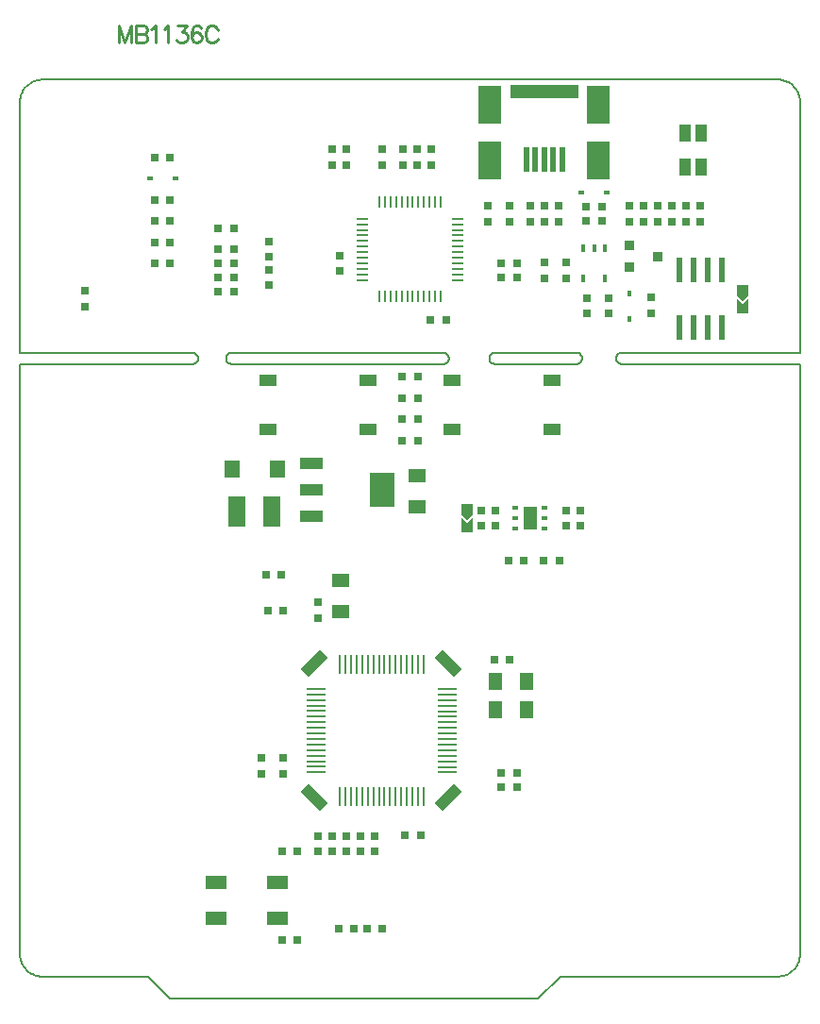
<source format=gbr>
%FSTAX23Y23*%
%MOIN*%
%SFA1B1*%

%IPPOS*%
%AMD38*
4,1,4,0.020900,-0.048600,0.048600,-0.020900,-0.020900,0.048600,-0.048600,0.020900,0.020900,-0.048600,0.0*
%
%AMD39*
4,1,4,-0.048600,-0.020900,-0.020900,-0.048600,0.048600,0.020900,0.020900,0.048600,-0.048600,-0.020900,0.0*
%
%ADD10R,0.043310X0.059060*%
%ADD11R,0.019690X0.017720*%
%ADD12R,0.047240X0.078740*%
%ADD13R,0.059060X0.110240*%
%ADD14R,0.078740X0.137800*%
%ADD15R,0.244100X0.047240*%
%ADD16R,0.020000X0.090550*%
%ADD17R,0.030000X0.030000*%
%ADD18R,0.016000X0.030000*%
%ADD19R,0.074800X0.051180*%
%ADD20R,0.060000X0.040000*%
%ADD21R,0.060000X0.050000*%
%ADD22R,0.023620X0.086610*%
%ADD23R,0.023620X0.086610*%
%ADD24R,0.080000X0.040000*%
%ADD25R,0.090000X0.120000*%
%ADD26R,0.040000X0.032000*%
%ADD27R,0.023620X0.017720*%
%ADD28R,0.030000X0.030000*%
%ADD29R,0.037400X0.035430*%
%ADD30R,0.037400X0.035430*%
%ADD31R,0.055120X0.064570*%
%ADD32R,0.017720X0.023620*%
%ADD33R,0.050000X0.060000*%
%ADD34R,0.007870X0.039370*%
%ADD35R,0.039370X0.007870*%
%ADD36R,0.066930X0.008660*%
%ADD37R,0.008660X0.066930*%
G04~CAMADD=38~9~0.0~0.0~393.7~984.3~0.0~0.0~0~0.0~0.0~0.0~0.0~0~0.0~0.0~0.0~0.0~0~0.0~0.0~0.0~225.0~972.0~971.0*
%ADD38D38*%
G04~CAMADD=39~9~0.0~0.0~393.7~984.3~0.0~0.0~0~0.0~0.0~0.0~0.0~0~0.0~0.0~0.0~0.0~0~0.0~0.0~0.0~135.0~972.0~971.0*
%ADD39D39*%
%ADD40C,0.005000*%
%ADD44C,0.010000*%
%LNmb1136-1*%
%LPD*%
G36*
X0117Y01513D02*
X0115Y01493D01*
X0113Y01513*
Y01523*
X0117*
Y01513*
G37*
G36*
Y01473D02*
X0113D01*
Y01503*
X0115Y01483*
X0117Y01503*
Y01473*
G37*
G36*
X02145Y02288D02*
X02125Y02268D01*
X02105Y02288*
Y02298*
X02145*
Y02288*
G37*
G36*
Y02248D02*
X02105D01*
Y02278*
X02125Y02258*
X02145Y02278*
Y02248*
G37*
G54D10*
X01979Y02859D03*
Y0274D03*
X0192D03*
Y02859D03*
G54D11*
X01323Y01537D03*
Y015D03*
X01426Y01537D03*
Y01462D03*
Y015D03*
X01323Y01462D03*
G54D12*
X01375Y015D03*
G54D13*
X00338Y01525D03*
X00461D03*
G54D14*
X01615Y02961D03*
X01233D03*
X01615Y02764D03*
X01233D03*
G54D15*
X01425Y03006D03*
G54D16*
X01361Y02766D03*
X01393D03*
X01424D03*
X01456D03*
X01487D03*
G54D17*
X01272Y0055D03*
X01327D03*
X01297Y0135D03*
X01352D03*
X01272Y006D03*
X01327D03*
X00447Y01175D03*
X00502D03*
X01327Y0235D03*
X01272D03*
X00327Y023D03*
X00272D03*
X00327Y0235D03*
X00272D03*
X01327Y024D03*
X01272D03*
X00272Y0245D03*
X00327D03*
X00102Y024D03*
X00047D03*
X00102Y02475D03*
X00047D03*
X00102Y0255D03*
X00047D03*
X00102Y02625D03*
X00047D03*
X00327Y02525D03*
X00272D03*
X00102Y02775D03*
X00047D03*
X00977Y01925D03*
X00922D03*
X00977Y01775D03*
X00922D03*
X01422Y0135D03*
X01477D03*
X0044Y01299D03*
X00495D03*
X00987Y0038D03*
X00932D03*
X01303Y01D03*
X01248D03*
X00977Y02D03*
X00922D03*
X00797Y0005D03*
X00852D03*
X00752D03*
X00697D03*
X00552Y0001D03*
X00497D03*
X00922Y0185D03*
X00977D03*
X00552Y00325D03*
X00497D03*
X01627Y0255D03*
X01572D03*
X01627Y026D03*
X01572D03*
X01077Y022D03*
X01022D03*
X00327Y024D03*
X00272D03*
G54D18*
X01637Y02453D03*
X01562D03*
X016D03*
X01562Y02346D03*
X01637D03*
G54D19*
X00266Y00087D03*
Y00212D03*
X00483D03*
Y00087D03*
G54D20*
X01097Y01812D03*
Y01987D03*
X01452D03*
Y01812D03*
X00802Y01987D03*
Y01812D03*
X00447D03*
Y01987D03*
G54D21*
X00705Y01171D03*
Y01281D03*
X00975Y0165D03*
Y0154D03*
G54D22*
X0205Y02172D03*
X019Y02377D03*
X02Y02172D03*
X0195D03*
X02Y02377D03*
X0195D03*
X019Y02172D03*
G54D23*
X0205Y02377D03*
G54D24*
X006Y016D03*
Y01507D03*
Y01693D03*
G54D25*
X0085Y016D03*
G54D26*
X0115Y01466D03*
Y01533D03*
X02125Y02241D03*
Y02308D03*
G54D27*
X01555Y0265D03*
X01645D03*
X0003Y027D03*
X0012D03*
G54D28*
X01775Y02602D03*
Y02547D03*
X0155Y01472D03*
Y01527D03*
X01725Y02547D03*
Y02602D03*
X01825Y02547D03*
Y02602D03*
X00925Y02747D03*
Y02802D03*
X013Y02547D03*
Y02602D03*
X01425Y02547D03*
Y02602D03*
X01475Y02547D03*
Y02602D03*
X01375Y02547D03*
Y02602D03*
X01875Y02547D03*
Y02602D03*
X01925D03*
Y02547D03*
X01975Y02602D03*
Y02547D03*
X00675Y02747D03*
Y02802D03*
X00625Y00322D03*
Y00377D03*
X00775Y00322D03*
Y00377D03*
X018Y0228D03*
Y02225D03*
X00425Y00652D03*
Y00597D03*
X00825Y00322D03*
Y00377D03*
X00725D03*
Y00322D03*
X00675Y00377D03*
Y00322D03*
X00725Y02747D03*
Y02802D03*
X00975D03*
Y02747D03*
X01025D03*
Y02802D03*
X0125Y01472D03*
Y01527D03*
X015Y01472D03*
Y01527D03*
X012Y01472D03*
Y01527D03*
X00625Y01202D03*
Y01147D03*
X005Y00652D03*
Y00597D03*
X01575Y02277D03*
Y02222D03*
X015Y02347D03*
Y02402D03*
X0165Y02277D03*
Y02222D03*
X007Y02372D03*
Y02427D03*
X0085Y02747D03*
Y02802D03*
X01225Y02547D03*
Y02602D03*
X01425Y02347D03*
Y02402D03*
X0045Y02422D03*
Y02477D03*
Y02377D03*
Y02322D03*
X-002Y02302D03*
Y02247D03*
G54D29*
X01725Y02462D03*
X01824Y02425D03*
G54D30*
X01725Y02387D03*
G54D31*
X0032Y01675D03*
X0048D03*
G54D32*
X01725Y02205D03*
Y02295D03*
G54D33*
X0125Y00925D03*
X0136D03*
X0125Y00825D03*
X0136D03*
G54D34*
X00959Y02617D03*
X00979D03*
X01038D03*
X01018D03*
X00999D03*
X00959Y02282D03*
X00861Y02617D03*
X00979Y02282D03*
X01038D03*
X00861D03*
X0092Y02617D03*
X01058D03*
X00881Y02282D03*
X0092D03*
X009D03*
X00841D03*
X0094D03*
X00841Y02617D03*
X00881D03*
X00999Y02282D03*
X0094Y02617D03*
X009D03*
X01018Y02282D03*
X01058D03*
G54D35*
X00782Y02381D03*
Y0242D03*
X01117Y02538D03*
X00782Y02499D03*
Y02361D03*
X01117Y0244D03*
X00782Y02518D03*
Y02538D03*
X01117Y0242D03*
X00782Y02479D03*
Y02459D03*
X01117Y02518D03*
X00782Y0244D03*
X01117Y02361D03*
Y02381D03*
Y02341D03*
X00782D03*
X01117Y02479D03*
Y02499D03*
Y024D03*
Y02459D03*
X00782Y02558D03*
Y024D03*
X01117Y02558D03*
G54D36*
X00617Y00897D03*
Y00681D03*
X01082Y00858D03*
Y00838D03*
X00617Y00878D03*
Y00602D03*
Y00622D03*
Y00641D03*
Y00661D03*
Y007D03*
Y0072D03*
Y0074D03*
Y00759D03*
Y00779D03*
Y00799D03*
Y00819D03*
Y00838D03*
Y00858D03*
X01082Y00897D03*
Y00877D03*
Y00818D03*
Y00799D03*
Y00779D03*
Y00759D03*
Y0074D03*
Y0072D03*
Y007D03*
Y0068D03*
Y00661D03*
Y00641D03*
Y00621D03*
Y00602D03*
G54D37*
X00702Y00517D03*
X00722D03*
X0084D03*
X00899D03*
X00859D03*
X00702Y00982D03*
X00722D03*
X00741D03*
X00761D03*
X00781D03*
X008D03*
X0082D03*
X0084D03*
X00859D03*
X00879D03*
X00899D03*
X00919D03*
X00938D03*
X00958D03*
X00978D03*
X00997D03*
Y00517D03*
X00978D03*
X00958D03*
X00938D03*
X00919D03*
X00879D03*
X0082D03*
X008D03*
X00781D03*
X00761D03*
X00741D03*
G54D38*
X01086Y00986D03*
X00613Y00513D03*
G54D39*
X01086Y00513D03*
X00613Y00986D03*
G54D40*
X0032Y02085D02*
D01*
X00318Y02084*
X00317Y02084*
X00315Y02084*
X00314Y02084*
X00313Y02083*
X00312Y02083*
X0031Y02082*
X00309Y02082*
X00308Y02081*
X00307Y0208*
X00306Y02079*
X00305Y02078*
X00304Y02077*
X00303Y02076*
X00303Y02075*
X00302Y02073*
X00301Y02072*
X00301Y02071*
X003Y0207*
X003Y02068*
X003Y02067*
X003Y02066*
Y02064*
X003Y02063*
X003Y02061*
X003Y0206*
X00301Y02059*
X00301Y02057*
X00302Y02056*
X00303Y02055*
X00303Y02054*
X00304Y02053*
X00305Y02052*
X00306Y02051*
X00307Y0205*
X00308Y02049*
X00309Y02048*
X0031Y02047*
X00312Y02047*
X00313Y02046*
X00314Y02046*
X00315Y02046*
X00317Y02045*
X00318Y02045*
X0032Y02045*
X0125Y02085D02*
D01*
X01248Y02084*
X01247Y02084*
X01245Y02084*
X01244Y02084*
X01243Y02083*
X01241Y02083*
X0124Y02082*
X01239Y02082*
X01238Y02081*
X01237Y0208*
X01236Y02079*
X01235Y02078*
X01234Y02077*
X01233Y02076*
X01232Y02075*
X01232Y02073*
X01231Y02072*
X01231Y02071*
X0123Y0207*
X0123Y02068*
X0123Y02067*
X0123Y02066*
Y02064*
X0123Y02063*
X0123Y02061*
X0123Y0206*
X01231Y02059*
X01231Y02057*
X01232Y02056*
X01232Y02055*
X01233Y02054*
X01234Y02053*
X01235Y02052*
X01236Y02051*
X01237Y0205*
X01238Y02049*
X01239Y02048*
X0124Y02047*
X01241Y02047*
X01243Y02046*
X01244Y02046*
X01245Y02046*
X01247Y02045*
X01248Y02045*
X0125Y02045*
X01538D02*
D01*
X01539Y02045*
X01541Y02045*
X01542Y02046*
X01544Y02046*
X01545Y02046*
X01546Y02047*
X01547Y02047*
X01549Y02048*
X0155Y02049*
X01551Y0205*
X01552Y02051*
X01553Y02052*
X01554Y02053*
X01554Y02054*
X01555Y02055*
X01556Y02056*
X01556Y02057*
X01557Y02059*
X01557Y0206*
X01557Y02061*
X01558Y02063*
X01558Y02064*
Y02066*
X01558Y02067*
X01557Y02068*
X01557Y0207*
X01557Y02071*
X01556Y02072*
X01556Y02073*
X01555Y02075*
X01554Y02076*
X01554Y02077*
X01553Y02078*
X01552Y02079*
X01551Y0208*
X0155Y02081*
X01549Y02082*
X01547Y02082*
X01546Y02083*
X01545Y02083*
X01544Y02084*
X01542Y02084*
X01541Y02084*
X01539Y02085*
X01538Y02085*
X01698D02*
D01*
X01696Y02084*
X01695Y02084*
X01693Y02084*
X01692Y02084*
X01691Y02083*
X0169Y02083*
X01688Y02082*
X01687Y02082*
X01686Y02081*
X01685Y0208*
X01684Y02079*
X01683Y02078*
X01682Y02077*
X01681Y02076*
X0168Y02075*
X0168Y02073*
X01679Y02072*
X01679Y02071*
X01678Y0207*
X01678Y02068*
X01678Y02067*
X01678Y02066*
Y02064*
X01678Y02063*
X01678Y02061*
X01678Y0206*
X01679Y02059*
X01679Y02057*
X0168Y02056*
X0168Y02055*
X01681Y02054*
X01682Y02053*
X01683Y02052*
X01684Y02051*
X01685Y0205*
X01686Y02049*
X01687Y02048*
X01688Y02047*
X0169Y02047*
X01691Y02046*
X01692Y02046*
X01693Y02046*
X01695Y02045*
X01696Y02045*
X01698Y02045*
X00182D02*
D01*
X00183Y02045*
X00185Y02045*
X00186Y02046*
X00187Y02046*
X00189Y02046*
X0019Y02047*
X00191Y02047*
X00192Y02048*
X00193Y02049*
X00194Y0205*
X00195Y02051*
X00196Y02052*
X00197Y02053*
X00198Y02054*
X00199Y02055*
X00199Y02056*
X002Y02057*
X00201Y02059*
X00201Y0206*
X00201Y02061*
X00201Y02063*
X00201Y02064*
Y02066*
X00201Y02067*
X00201Y02068*
X00201Y0207*
X00201Y02071*
X002Y02072*
X00199Y02073*
X00199Y02075*
X00198Y02076*
X00197Y02077*
X00196Y02078*
X00195Y02079*
X00194Y0208*
X00193Y02081*
X00192Y02082*
X00191Y02082*
X0019Y02083*
X00189Y02083*
X00187Y02084*
X00186Y02084*
X00185Y02084*
X00183Y02085*
X00182Y02085*
X01068Y02045D02*
D01*
X01069Y02045*
X0107Y02045*
X01072Y02046*
X01073Y02046*
X01074Y02046*
X01076Y02047*
X01077Y02047*
X01078Y02048*
X01079Y02049*
X0108Y0205*
X01081Y02051*
X01082Y02052*
X01083Y02053*
X01084Y02054*
X01085Y02055*
X01085Y02056*
X01086Y02057*
X01086Y02059*
X01087Y0206*
X01087Y02061*
X01087Y02063*
X01087Y02064*
Y02066*
X01087Y02067*
X01087Y02068*
X01087Y0207*
X01086Y02071*
X01086Y02072*
X01085Y02073*
X01085Y02075*
X01084Y02076*
X01083Y02077*
X01082Y02078*
X01081Y02079*
X0108Y0208*
X01079Y02081*
X01078Y02082*
X01077Y02082*
X01076Y02083*
X01074Y02083*
X01073Y02084*
X01072Y02084*
X0107Y02084*
X01069Y02085*
X01068Y02085*
X-00349Y03049D02*
D01*
X-00354Y03049*
X-0036Y03048*
X-00365Y03047*
X-0037Y03046*
X-00376Y03044*
X-00381Y03042*
X-00386Y0304*
X-0039Y03037*
X-00395Y03034*
X-00399Y03031*
X-00403Y03027*
X-00407Y03023*
X-00411Y03019*
X-00414Y03014*
X-00417Y0301*
X-00419Y03005*
X-00422Y03*
X-00424Y02995*
X-00425Y02989*
X-00426Y02984*
X-00427Y02979*
X-00427Y02973*
X-00427Y0297*
Y-0004D02*
D01*
X-00427Y-00046*
X-00427Y-00051*
X-00426Y-00057*
X-00424Y-00062*
X-00423Y-00067*
X-00421Y-00072*
X-00418Y-00077*
X-00415Y-00082*
X-00412Y-00087*
X-00409Y-00091*
X-00405Y-00095*
X-00401Y-00099*
X-00397Y-00102*
X-00393Y-00106*
X-00388Y-00109*
X-00383Y-00111*
X-00378Y-00113*
X-00373Y-00115*
X-00368Y-00117*
X-00362Y-00118*
X-00357Y-00119*
X-00351Y-00119*
X-00349Y-00119*
X02327Y0297D02*
D01*
X02327Y02976*
X02327Y02981*
X02326Y02987*
X02324Y02992*
X02323Y02997*
X02321Y03002*
X02318Y03007*
X02315Y03012*
X02312Y03017*
X02309Y03021*
X02305Y03025*
X02301Y03029*
X02297Y03032*
X02293Y03036*
X02288Y03039*
X02283Y03041*
X02278Y03043*
X02273Y03045*
X02268Y03047*
X02262Y03048*
X02257Y03049*
X02251Y03049*
X02249Y03049*
Y-00119D02*
D01*
X02254Y-00119*
X0226Y-00118*
X02265Y-00117*
X0227Y-00116*
X02276Y-00114*
X02281Y-00112*
X02286Y-0011*
X0229Y-00107*
X02295Y-00104*
X02299Y-00101*
X02303Y-00097*
X02307Y-00093*
X02311Y-00089*
X02314Y-00084*
X02317Y-0008*
X02319Y-00075*
X02322Y-0007*
X02324Y-00065*
X02325Y-00059*
X02326Y-00054*
X02327Y-00049*
X02327Y-00043*
X02327Y-0004*
X01402Y-00198D02*
X01481Y-00119D01*
X01402Y-00198D02*
D01*
X00103D02*
X01402D01*
X00024Y-00119D02*
X00103Y-00198D01*
X00019Y-00119D02*
X00024D01*
X0148D02*
X02249D01*
X0125Y02045D02*
X01538D01*
X0125Y02085D02*
X01538D01*
X-00349Y03049D02*
X02249D01*
X-00349Y-00119D02*
X00019D01*
X-00427Y02085D02*
X00182D01*
X-00427Y02045D02*
X00182D01*
X0032D02*
X01068D01*
X0032Y02085D02*
X01068D01*
X01698Y02045D02*
X02327D01*
X01698Y02085D02*
X02327D01*
X-00427Y-0004D02*
Y02045D01*
Y02085D02*
Y0297D01*
X02327Y-0004D02*
Y02045D01*
Y02085D02*
Y0297D01*
G54D44*
X-0008Y03239D02*
Y0318D01*
Y03239D02*
X-00057Y0318D01*
X-00034Y03239D02*
X-00057Y0318D01*
X-00034Y03239D02*
Y0318D01*
X-00017Y03239D02*
Y0318D01*
Y03239D02*
X00008D01*
X00017Y03237*
X00019Y03234*
X00022Y03228*
Y03222*
X00019Y03217*
X00017Y03214*
X00008Y03211*
X-00017D02*
X00008D01*
X00017Y03208*
X00019Y03205*
X00022Y032*
Y03191*
X00019Y03185*
X00017Y03182*
X00008Y0318*
X-00017*
X00036Y03228D02*
X00041Y03231D01*
X0005Y03239*
Y0318*
X0008Y03228D02*
X00085Y03231D01*
X00094Y03239*
Y0318*
X00129Y03239D02*
X00161D01*
X00144Y03217*
X00152*
X00158Y03214*
X00161Y03211*
X00164Y03202*
Y03197*
X00161Y03188*
X00155Y03182*
X00147Y0318*
X00138*
X00129Y03182*
X00127Y03185*
X00124Y03191*
X00211Y03231D02*
X00209Y03237D01*
X002Y03239*
X00194*
X00186Y03237*
X0018Y03228*
X00177Y03214*
Y032*
X0018Y03188*
X00186Y03182*
X00194Y0318*
X00197*
X00206Y03182*
X00211Y03188*
X00214Y03197*
Y032*
X00211Y03208*
X00206Y03214*
X00197Y03217*
X00194*
X00186Y03214*
X0018Y03208*
X00177Y032*
X0027Y03225D02*
X00267Y03231D01*
X00262Y03237*
X00256Y03239*
X00245*
X00239Y03237*
X00233Y03231*
X0023Y03225*
X00227Y03217*
Y03202*
X0023Y03194*
X00233Y03188*
X00239Y03182*
X00245Y0318*
X00256*
X00262Y03182*
X00267Y03188*
X0027Y03194*
M02*
</source>
